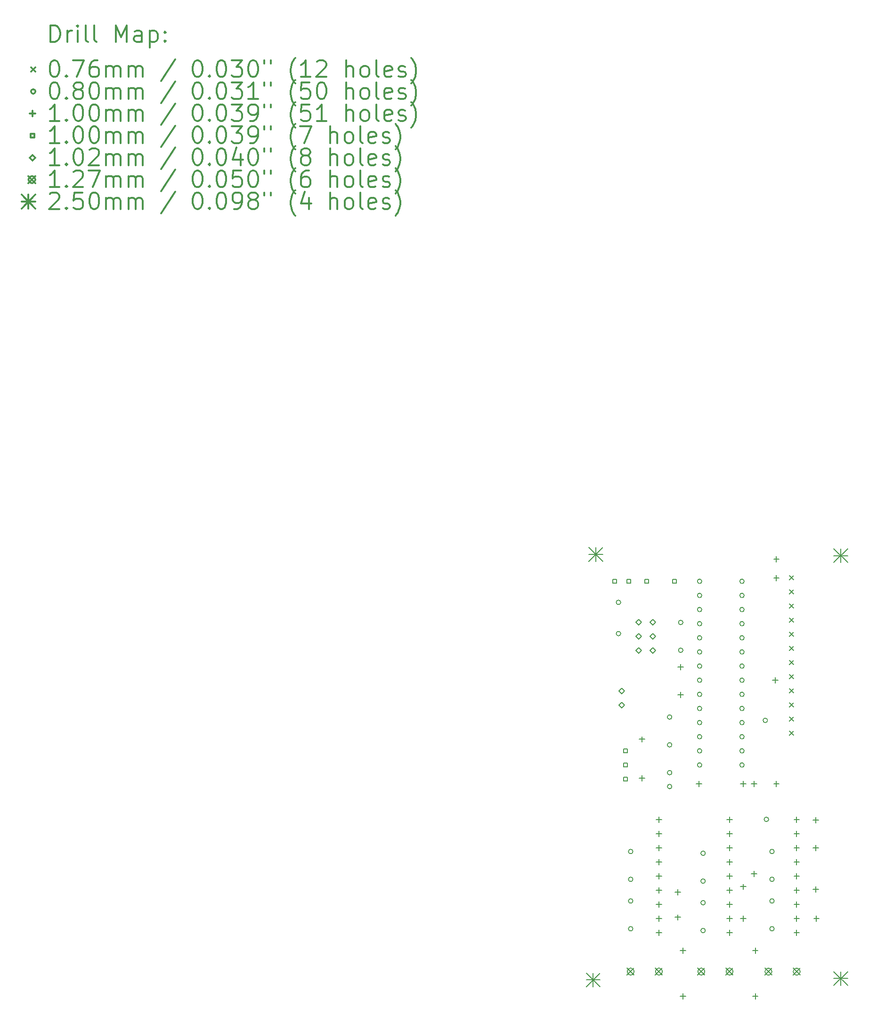
<source format=gbr>
%FSLAX45Y45*%
G04 Gerber Fmt 4.5, Leading zero omitted, Abs format (unit mm)*
G04 Created by KiCad (PCBNEW 4.0.2-1.fc23-product) date ma 30. toukokuuta 2016 17.29.58*
%MOMM*%
G01*
G04 APERTURE LIST*
%ADD10C,0.127000*%
%ADD11C,0.200000*%
%ADD12C,0.300000*%
G04 APERTURE END LIST*
D10*
D11*
X13550900Y-10058400D02*
X13627100Y-10134600D01*
X13627100Y-10058400D02*
X13550900Y-10134600D01*
X13550900Y-10312400D02*
X13627100Y-10388600D01*
X13627100Y-10312400D02*
X13550900Y-10388600D01*
X13550900Y-10566400D02*
X13627100Y-10642600D01*
X13627100Y-10566400D02*
X13550900Y-10642600D01*
X13550900Y-10820400D02*
X13627100Y-10896600D01*
X13627100Y-10820400D02*
X13550900Y-10896600D01*
X13550900Y-11074400D02*
X13627100Y-11150600D01*
X13627100Y-11074400D02*
X13550900Y-11150600D01*
X13550900Y-11328400D02*
X13627100Y-11404600D01*
X13627100Y-11328400D02*
X13550900Y-11404600D01*
X13550900Y-11582400D02*
X13627100Y-11658600D01*
X13627100Y-11582400D02*
X13550900Y-11658600D01*
X13550900Y-11836400D02*
X13627100Y-11912600D01*
X13627100Y-11836400D02*
X13550900Y-11912600D01*
X13550900Y-12090400D02*
X13627100Y-12166600D01*
X13627100Y-12090400D02*
X13550900Y-12166600D01*
X13550900Y-12344400D02*
X13627100Y-12420600D01*
X13627100Y-12344400D02*
X13550900Y-12420600D01*
X13550900Y-12598400D02*
X13627100Y-12674600D01*
X13627100Y-12598400D02*
X13550900Y-12674600D01*
X13550900Y-12852400D02*
X13627100Y-12928600D01*
X13627100Y-12852400D02*
X13550900Y-12928600D01*
X10520000Y-10540000D02*
G75*
G03X10520000Y-10540000I-40000J0D01*
G01*
X10520000Y-11100000D02*
G75*
G03X10520000Y-11100000I-40000J0D01*
G01*
X10739750Y-15017750D02*
G75*
G03X10739750Y-15017750I-40000J0D01*
G01*
X10739750Y-15517750D02*
G75*
G03X10739750Y-15517750I-40000J0D01*
G01*
X10739750Y-15906750D02*
G75*
G03X10739750Y-15906750I-40000J0D01*
G01*
X10739750Y-16406750D02*
G75*
G03X10739750Y-16406750I-40000J0D01*
G01*
X11440000Y-12600000D02*
G75*
G03X11440000Y-12600000I-40000J0D01*
G01*
X11440000Y-13100000D02*
G75*
G03X11440000Y-13100000I-40000J0D01*
G01*
X11440000Y-13600000D02*
G75*
G03X11440000Y-13600000I-40000J0D01*
G01*
X11440000Y-13850000D02*
G75*
G03X11440000Y-13850000I-40000J0D01*
G01*
X11640000Y-10900000D02*
G75*
G03X11640000Y-10900000I-40000J0D01*
G01*
X11640000Y-11400000D02*
G75*
G03X11640000Y-11400000I-40000J0D01*
G01*
X11978000Y-10160000D02*
G75*
G03X11978000Y-10160000I-40000J0D01*
G01*
X11978000Y-10414000D02*
G75*
G03X11978000Y-10414000I-40000J0D01*
G01*
X11978000Y-10668000D02*
G75*
G03X11978000Y-10668000I-40000J0D01*
G01*
X11978000Y-10922000D02*
G75*
G03X11978000Y-10922000I-40000J0D01*
G01*
X11978000Y-11176000D02*
G75*
G03X11978000Y-11176000I-40000J0D01*
G01*
X11978000Y-11430000D02*
G75*
G03X11978000Y-11430000I-40000J0D01*
G01*
X11978000Y-11684000D02*
G75*
G03X11978000Y-11684000I-40000J0D01*
G01*
X11978000Y-11938000D02*
G75*
G03X11978000Y-11938000I-40000J0D01*
G01*
X11978000Y-12192000D02*
G75*
G03X11978000Y-12192000I-40000J0D01*
G01*
X11978000Y-12446000D02*
G75*
G03X11978000Y-12446000I-40000J0D01*
G01*
X11978000Y-12700000D02*
G75*
G03X11978000Y-12700000I-40000J0D01*
G01*
X11978000Y-12954000D02*
G75*
G03X11978000Y-12954000I-40000J0D01*
G01*
X11978000Y-13208000D02*
G75*
G03X11978000Y-13208000I-40000J0D01*
G01*
X11978000Y-13462000D02*
G75*
G03X11978000Y-13462000I-40000J0D01*
G01*
X12041500Y-15049500D02*
G75*
G03X12041500Y-15049500I-40000J0D01*
G01*
X12041500Y-15549500D02*
G75*
G03X12041500Y-15549500I-40000J0D01*
G01*
X12041500Y-15938500D02*
G75*
G03X12041500Y-15938500I-40000J0D01*
G01*
X12041500Y-16438500D02*
G75*
G03X12041500Y-16438500I-40000J0D01*
G01*
X12740000Y-10160000D02*
G75*
G03X12740000Y-10160000I-40000J0D01*
G01*
X12740000Y-10414000D02*
G75*
G03X12740000Y-10414000I-40000J0D01*
G01*
X12740000Y-10668000D02*
G75*
G03X12740000Y-10668000I-40000J0D01*
G01*
X12740000Y-10922000D02*
G75*
G03X12740000Y-10922000I-40000J0D01*
G01*
X12740000Y-11176000D02*
G75*
G03X12740000Y-11176000I-40000J0D01*
G01*
X12740000Y-11430000D02*
G75*
G03X12740000Y-11430000I-40000J0D01*
G01*
X12740000Y-11684000D02*
G75*
G03X12740000Y-11684000I-40000J0D01*
G01*
X12740000Y-11938000D02*
G75*
G03X12740000Y-11938000I-40000J0D01*
G01*
X12740000Y-12192000D02*
G75*
G03X12740000Y-12192000I-40000J0D01*
G01*
X12740000Y-12446000D02*
G75*
G03X12740000Y-12446000I-40000J0D01*
G01*
X12740000Y-12700000D02*
G75*
G03X12740000Y-12700000I-40000J0D01*
G01*
X12740000Y-12954000D02*
G75*
G03X12740000Y-12954000I-40000J0D01*
G01*
X12740000Y-13208000D02*
G75*
G03X12740000Y-13208000I-40000J0D01*
G01*
X12740000Y-13462000D02*
G75*
G03X12740000Y-13462000I-40000J0D01*
G01*
X13160000Y-12660000D02*
G75*
G03X13160000Y-12660000I-40000J0D01*
G01*
X13180000Y-14440000D02*
G75*
G03X13180000Y-14440000I-40000J0D01*
G01*
X13279750Y-15017750D02*
G75*
G03X13279750Y-15017750I-40000J0D01*
G01*
X13279750Y-15517750D02*
G75*
G03X13279750Y-15517750I-40000J0D01*
G01*
X13279750Y-15906750D02*
G75*
G03X13279750Y-15906750I-40000J0D01*
G01*
X13279750Y-16406750D02*
G75*
G03X13279750Y-16406750I-40000J0D01*
G01*
X10900000Y-12950000D02*
X10900000Y-13050000D01*
X10850000Y-13000000D02*
X10950000Y-13000000D01*
X10900000Y-13650000D02*
X10900000Y-13750000D01*
X10850000Y-13700000D02*
X10950000Y-13700000D01*
X11207750Y-14396250D02*
X11207750Y-14496250D01*
X11157750Y-14446250D02*
X11257750Y-14446250D01*
X11207750Y-14650250D02*
X11207750Y-14750250D01*
X11157750Y-14700250D02*
X11257750Y-14700250D01*
X11207750Y-14904250D02*
X11207750Y-15004250D01*
X11157750Y-14954250D02*
X11257750Y-14954250D01*
X11207750Y-15158250D02*
X11207750Y-15258250D01*
X11157750Y-15208250D02*
X11257750Y-15208250D01*
X11207750Y-15412250D02*
X11207750Y-15512250D01*
X11157750Y-15462250D02*
X11257750Y-15462250D01*
X11207750Y-15666250D02*
X11207750Y-15766250D01*
X11157750Y-15716250D02*
X11257750Y-15716250D01*
X11207750Y-15920250D02*
X11207750Y-16020250D01*
X11157750Y-15970250D02*
X11257750Y-15970250D01*
X11207750Y-16174250D02*
X11207750Y-16274250D01*
X11157750Y-16224250D02*
X11257750Y-16224250D01*
X11207750Y-16428250D02*
X11207750Y-16528250D01*
X11157750Y-16478250D02*
X11257750Y-16478250D01*
X11550000Y-15700000D02*
X11550000Y-15800000D01*
X11500000Y-15750000D02*
X11600000Y-15750000D01*
X11550000Y-16150000D02*
X11550000Y-16250000D01*
X11500000Y-16200000D02*
X11600000Y-16200000D01*
X11600000Y-11650000D02*
X11600000Y-11750000D01*
X11550000Y-11700000D02*
X11650000Y-11700000D01*
X11600000Y-12150000D02*
X11600000Y-12250000D01*
X11550000Y-12200000D02*
X11650000Y-12200000D01*
X11640000Y-16750000D02*
X11640000Y-16850000D01*
X11590000Y-16800000D02*
X11690000Y-16800000D01*
X11640000Y-17570000D02*
X11640000Y-17670000D01*
X11590000Y-17620000D02*
X11690000Y-17620000D01*
X11925000Y-13750000D02*
X11925000Y-13850000D01*
X11875000Y-13800000D02*
X11975000Y-13800000D01*
X12477750Y-14396250D02*
X12477750Y-14496250D01*
X12427750Y-14446250D02*
X12527750Y-14446250D01*
X12477750Y-14650250D02*
X12477750Y-14750250D01*
X12427750Y-14700250D02*
X12527750Y-14700250D01*
X12477750Y-14904250D02*
X12477750Y-15004250D01*
X12427750Y-14954250D02*
X12527750Y-14954250D01*
X12477750Y-15158250D02*
X12477750Y-15258250D01*
X12427750Y-15208250D02*
X12527750Y-15208250D01*
X12477750Y-15412250D02*
X12477750Y-15512250D01*
X12427750Y-15462250D02*
X12527750Y-15462250D01*
X12477750Y-15666250D02*
X12477750Y-15766250D01*
X12427750Y-15716250D02*
X12527750Y-15716250D01*
X12477750Y-15920250D02*
X12477750Y-16020250D01*
X12427750Y-15970250D02*
X12527750Y-15970250D01*
X12477750Y-16174250D02*
X12477750Y-16274250D01*
X12427750Y-16224250D02*
X12527750Y-16224250D01*
X12477750Y-16428250D02*
X12477750Y-16528250D01*
X12427750Y-16478250D02*
X12527750Y-16478250D01*
X12725000Y-13750000D02*
X12725000Y-13850000D01*
X12675000Y-13800000D02*
X12775000Y-13800000D01*
X12725000Y-15600000D02*
X12725000Y-15700000D01*
X12675000Y-15650000D02*
X12775000Y-15650000D01*
X12725000Y-16175000D02*
X12725000Y-16275000D01*
X12675000Y-16225000D02*
X12775000Y-16225000D01*
X12920000Y-13750000D02*
X12920000Y-13850000D01*
X12870000Y-13800000D02*
X12970000Y-13800000D01*
X12920000Y-15370000D02*
X12920000Y-15470000D01*
X12870000Y-15420000D02*
X12970000Y-15420000D01*
X12940000Y-16750000D02*
X12940000Y-16850000D01*
X12890000Y-16800000D02*
X12990000Y-16800000D01*
X12940000Y-17570000D02*
X12940000Y-17670000D01*
X12890000Y-17620000D02*
X12990000Y-17620000D01*
X13300000Y-11890000D02*
X13300000Y-11990000D01*
X13250000Y-11940000D02*
X13350000Y-11940000D01*
X13320000Y-9710000D02*
X13320000Y-9810000D01*
X13270000Y-9760000D02*
X13370000Y-9760000D01*
X13320000Y-10050000D02*
X13320000Y-10150000D01*
X13270000Y-10100000D02*
X13370000Y-10100000D01*
X13320000Y-13750000D02*
X13320000Y-13850000D01*
X13270000Y-13800000D02*
X13370000Y-13800000D01*
X13684250Y-14396250D02*
X13684250Y-14496250D01*
X13634250Y-14446250D02*
X13734250Y-14446250D01*
X13684250Y-14650250D02*
X13684250Y-14750250D01*
X13634250Y-14700250D02*
X13734250Y-14700250D01*
X13684250Y-14904250D02*
X13684250Y-15004250D01*
X13634250Y-14954250D02*
X13734250Y-14954250D01*
X13684250Y-15158250D02*
X13684250Y-15258250D01*
X13634250Y-15208250D02*
X13734250Y-15208250D01*
X13684250Y-15412250D02*
X13684250Y-15512250D01*
X13634250Y-15462250D02*
X13734250Y-15462250D01*
X13684250Y-15666250D02*
X13684250Y-15766250D01*
X13634250Y-15716250D02*
X13734250Y-15716250D01*
X13684250Y-15920250D02*
X13684250Y-16020250D01*
X13634250Y-15970250D02*
X13734250Y-15970250D01*
X13684250Y-16174250D02*
X13684250Y-16274250D01*
X13634250Y-16224250D02*
X13734250Y-16224250D01*
X13684250Y-16428250D02*
X13684250Y-16528250D01*
X13634250Y-16478250D02*
X13734250Y-16478250D01*
X14025000Y-14400000D02*
X14025000Y-14500000D01*
X13975000Y-14450000D02*
X14075000Y-14450000D01*
X14025000Y-14900000D02*
X14025000Y-15000000D01*
X13975000Y-14950000D02*
X14075000Y-14950000D01*
X14025000Y-15650000D02*
X14025000Y-15750000D01*
X13975000Y-15700000D02*
X14075000Y-15700000D01*
X14040000Y-16170000D02*
X14040000Y-16270000D01*
X13990000Y-16220000D02*
X14090000Y-16220000D01*
X10449383Y-10195383D02*
X10449383Y-10124618D01*
X10378618Y-10124618D01*
X10378618Y-10195383D01*
X10449383Y-10195383D01*
X10639883Y-13243382D02*
X10639883Y-13172617D01*
X10569118Y-13172617D01*
X10569118Y-13243382D01*
X10639883Y-13243382D01*
X10639883Y-13497382D02*
X10639883Y-13426617D01*
X10569118Y-13426617D01*
X10569118Y-13497382D01*
X10639883Y-13497382D01*
X10639883Y-13751382D02*
X10639883Y-13680617D01*
X10569118Y-13680617D01*
X10569118Y-13751382D01*
X10639883Y-13751382D01*
X10703383Y-10195383D02*
X10703383Y-10124618D01*
X10632618Y-10124618D01*
X10632618Y-10195383D01*
X10703383Y-10195383D01*
X11024693Y-10195383D02*
X11024693Y-10124618D01*
X10953928Y-10124618D01*
X10953928Y-10195383D01*
X11024693Y-10195383D01*
X11524818Y-10195383D02*
X11524818Y-10124618D01*
X11454053Y-10124618D01*
X11454053Y-10195383D01*
X11524818Y-10195383D01*
X10541000Y-12179300D02*
X10591800Y-12128500D01*
X10541000Y-12077700D01*
X10490200Y-12128500D01*
X10541000Y-12179300D01*
X10541000Y-12433300D02*
X10591800Y-12382500D01*
X10541000Y-12331700D01*
X10490200Y-12382500D01*
X10541000Y-12433300D01*
X10846000Y-10942800D02*
X10896800Y-10892000D01*
X10846000Y-10841200D01*
X10795200Y-10892000D01*
X10846000Y-10942800D01*
X10846000Y-11196800D02*
X10896800Y-11146000D01*
X10846000Y-11095200D01*
X10795200Y-11146000D01*
X10846000Y-11196800D01*
X10846000Y-11450800D02*
X10896800Y-11400000D01*
X10846000Y-11349200D01*
X10795200Y-11400000D01*
X10846000Y-11450800D01*
X11100000Y-10942800D02*
X11150800Y-10892000D01*
X11100000Y-10841200D01*
X11049200Y-10892000D01*
X11100000Y-10942800D01*
X11100000Y-11196800D02*
X11150800Y-11146000D01*
X11100000Y-11095200D01*
X11049200Y-11146000D01*
X11100000Y-11196800D01*
X11100000Y-11450800D02*
X11150800Y-11400000D01*
X11100000Y-11349200D01*
X11049200Y-11400000D01*
X11100000Y-11450800D01*
X10636250Y-17113250D02*
X10763250Y-17240250D01*
X10763250Y-17113250D02*
X10636250Y-17240250D01*
X10763250Y-17176750D02*
G75*
G03X10763250Y-17176750I-63500J0D01*
G01*
X11144250Y-17113250D02*
X11271250Y-17240250D01*
X11271250Y-17113250D02*
X11144250Y-17240250D01*
X11271250Y-17176750D02*
G75*
G03X11271250Y-17176750I-63500J0D01*
G01*
X11906250Y-17113250D02*
X12033250Y-17240250D01*
X12033250Y-17113250D02*
X11906250Y-17240250D01*
X12033250Y-17176750D02*
G75*
G03X12033250Y-17176750I-63500J0D01*
G01*
X12414250Y-17113250D02*
X12541250Y-17240250D01*
X12541250Y-17113250D02*
X12414250Y-17240250D01*
X12541250Y-17176750D02*
G75*
G03X12541250Y-17176750I-63500J0D01*
G01*
X13112750Y-17113250D02*
X13239750Y-17240250D01*
X13239750Y-17113250D02*
X13112750Y-17240250D01*
X13239750Y-17176750D02*
G75*
G03X13239750Y-17176750I-63500J0D01*
G01*
X13620750Y-17113250D02*
X13747750Y-17240250D01*
X13747750Y-17113250D02*
X13620750Y-17240250D01*
X13747750Y-17176750D02*
G75*
G03X13747750Y-17176750I-63500J0D01*
G01*
X9900000Y-17200000D02*
X10150000Y-17450000D01*
X10150000Y-17200000D02*
X9900000Y-17450000D01*
X10025000Y-17200000D02*
X10025000Y-17450000D01*
X9900000Y-17325000D02*
X10150000Y-17325000D01*
X9950000Y-9550000D02*
X10200000Y-9800000D01*
X10200000Y-9550000D02*
X9950000Y-9800000D01*
X10075000Y-9550000D02*
X10075000Y-9800000D01*
X9950000Y-9675000D02*
X10200000Y-9675000D01*
X14350000Y-9575000D02*
X14600000Y-9825000D01*
X14600000Y-9575000D02*
X14350000Y-9825000D01*
X14475000Y-9575000D02*
X14475000Y-9825000D01*
X14350000Y-9700000D02*
X14600000Y-9700000D01*
X14350000Y-17175000D02*
X14600000Y-17425000D01*
X14600000Y-17175000D02*
X14350000Y-17425000D01*
X14475000Y-17175000D02*
X14475000Y-17425000D01*
X14350000Y-17300000D02*
X14600000Y-17300000D01*
D12*
X271429Y-465714D02*
X271429Y-165714D01*
X342857Y-165714D01*
X385714Y-180000D01*
X414286Y-208571D01*
X428571Y-237143D01*
X442857Y-294286D01*
X442857Y-337143D01*
X428571Y-394286D01*
X414286Y-422857D01*
X385714Y-451429D01*
X342857Y-465714D01*
X271429Y-465714D01*
X571429Y-465714D02*
X571429Y-265714D01*
X571429Y-322857D02*
X585714Y-294286D01*
X600000Y-280000D01*
X628571Y-265714D01*
X657143Y-265714D01*
X757143Y-465714D02*
X757143Y-265714D01*
X757143Y-165714D02*
X742857Y-180000D01*
X757143Y-194286D01*
X771429Y-180000D01*
X757143Y-165714D01*
X757143Y-194286D01*
X942857Y-465714D02*
X914286Y-451429D01*
X900000Y-422857D01*
X900000Y-165714D01*
X1100000Y-465714D02*
X1071429Y-451429D01*
X1057143Y-422857D01*
X1057143Y-165714D01*
X1442857Y-465714D02*
X1442857Y-165714D01*
X1542857Y-380000D01*
X1642857Y-165714D01*
X1642857Y-465714D01*
X1914286Y-465714D02*
X1914286Y-308571D01*
X1900000Y-280000D01*
X1871429Y-265714D01*
X1814286Y-265714D01*
X1785714Y-280000D01*
X1914286Y-451429D02*
X1885714Y-465714D01*
X1814286Y-465714D01*
X1785714Y-451429D01*
X1771429Y-422857D01*
X1771429Y-394286D01*
X1785714Y-365714D01*
X1814286Y-351429D01*
X1885714Y-351429D01*
X1914286Y-337143D01*
X2057143Y-265714D02*
X2057143Y-565714D01*
X2057143Y-280000D02*
X2085714Y-265714D01*
X2142857Y-265714D01*
X2171429Y-280000D01*
X2185714Y-294286D01*
X2200000Y-322857D01*
X2200000Y-408571D01*
X2185714Y-437143D01*
X2171429Y-451429D01*
X2142857Y-465714D01*
X2085714Y-465714D01*
X2057143Y-451429D01*
X2328572Y-437143D02*
X2342857Y-451429D01*
X2328572Y-465714D01*
X2314286Y-451429D01*
X2328572Y-437143D01*
X2328572Y-465714D01*
X2328572Y-280000D02*
X2342857Y-294286D01*
X2328572Y-308571D01*
X2314286Y-294286D01*
X2328572Y-280000D01*
X2328572Y-308571D01*
X-76200Y-921900D02*
X0Y-998100D01*
X0Y-921900D02*
X-76200Y-998100D01*
X328571Y-795714D02*
X357143Y-795714D01*
X385714Y-810000D01*
X400000Y-824286D01*
X414286Y-852857D01*
X428571Y-910000D01*
X428571Y-981429D01*
X414286Y-1038571D01*
X400000Y-1067143D01*
X385714Y-1081429D01*
X357143Y-1095714D01*
X328571Y-1095714D01*
X300000Y-1081429D01*
X285714Y-1067143D01*
X271429Y-1038571D01*
X257143Y-981429D01*
X257143Y-910000D01*
X271429Y-852857D01*
X285714Y-824286D01*
X300000Y-810000D01*
X328571Y-795714D01*
X557143Y-1067143D02*
X571429Y-1081429D01*
X557143Y-1095714D01*
X542857Y-1081429D01*
X557143Y-1067143D01*
X557143Y-1095714D01*
X671429Y-795714D02*
X871428Y-795714D01*
X742857Y-1095714D01*
X1114286Y-795714D02*
X1057143Y-795714D01*
X1028571Y-810000D01*
X1014286Y-824286D01*
X985714Y-867143D01*
X971429Y-924286D01*
X971429Y-1038571D01*
X985714Y-1067143D01*
X1000000Y-1081429D01*
X1028571Y-1095714D01*
X1085714Y-1095714D01*
X1114286Y-1081429D01*
X1128571Y-1067143D01*
X1142857Y-1038571D01*
X1142857Y-967143D01*
X1128571Y-938571D01*
X1114286Y-924286D01*
X1085714Y-910000D01*
X1028571Y-910000D01*
X1000000Y-924286D01*
X985714Y-938571D01*
X971429Y-967143D01*
X1271429Y-1095714D02*
X1271429Y-895714D01*
X1271429Y-924286D02*
X1285714Y-910000D01*
X1314286Y-895714D01*
X1357143Y-895714D01*
X1385714Y-910000D01*
X1400000Y-938571D01*
X1400000Y-1095714D01*
X1400000Y-938571D02*
X1414286Y-910000D01*
X1442857Y-895714D01*
X1485714Y-895714D01*
X1514286Y-910000D01*
X1528571Y-938571D01*
X1528571Y-1095714D01*
X1671429Y-1095714D02*
X1671429Y-895714D01*
X1671429Y-924286D02*
X1685714Y-910000D01*
X1714286Y-895714D01*
X1757143Y-895714D01*
X1785714Y-910000D01*
X1800000Y-938571D01*
X1800000Y-1095714D01*
X1800000Y-938571D02*
X1814286Y-910000D01*
X1842857Y-895714D01*
X1885714Y-895714D01*
X1914286Y-910000D01*
X1928571Y-938571D01*
X1928571Y-1095714D01*
X2514286Y-781429D02*
X2257143Y-1167143D01*
X2900000Y-795714D02*
X2928571Y-795714D01*
X2957143Y-810000D01*
X2971428Y-824286D01*
X2985714Y-852857D01*
X3000000Y-910000D01*
X3000000Y-981429D01*
X2985714Y-1038571D01*
X2971428Y-1067143D01*
X2957143Y-1081429D01*
X2928571Y-1095714D01*
X2900000Y-1095714D01*
X2871428Y-1081429D01*
X2857143Y-1067143D01*
X2842857Y-1038571D01*
X2828571Y-981429D01*
X2828571Y-910000D01*
X2842857Y-852857D01*
X2857143Y-824286D01*
X2871428Y-810000D01*
X2900000Y-795714D01*
X3128571Y-1067143D02*
X3142857Y-1081429D01*
X3128571Y-1095714D01*
X3114286Y-1081429D01*
X3128571Y-1067143D01*
X3128571Y-1095714D01*
X3328571Y-795714D02*
X3357143Y-795714D01*
X3385714Y-810000D01*
X3400000Y-824286D01*
X3414286Y-852857D01*
X3428571Y-910000D01*
X3428571Y-981429D01*
X3414286Y-1038571D01*
X3400000Y-1067143D01*
X3385714Y-1081429D01*
X3357143Y-1095714D01*
X3328571Y-1095714D01*
X3300000Y-1081429D01*
X3285714Y-1067143D01*
X3271428Y-1038571D01*
X3257143Y-981429D01*
X3257143Y-910000D01*
X3271428Y-852857D01*
X3285714Y-824286D01*
X3300000Y-810000D01*
X3328571Y-795714D01*
X3528571Y-795714D02*
X3714286Y-795714D01*
X3614286Y-910000D01*
X3657143Y-910000D01*
X3685714Y-924286D01*
X3700000Y-938571D01*
X3714286Y-967143D01*
X3714286Y-1038571D01*
X3700000Y-1067143D01*
X3685714Y-1081429D01*
X3657143Y-1095714D01*
X3571428Y-1095714D01*
X3542857Y-1081429D01*
X3528571Y-1067143D01*
X3900000Y-795714D02*
X3928571Y-795714D01*
X3957143Y-810000D01*
X3971428Y-824286D01*
X3985714Y-852857D01*
X4000000Y-910000D01*
X4000000Y-981429D01*
X3985714Y-1038571D01*
X3971428Y-1067143D01*
X3957143Y-1081429D01*
X3928571Y-1095714D01*
X3900000Y-1095714D01*
X3871428Y-1081429D01*
X3857143Y-1067143D01*
X3842857Y-1038571D01*
X3828571Y-981429D01*
X3828571Y-910000D01*
X3842857Y-852857D01*
X3857143Y-824286D01*
X3871428Y-810000D01*
X3900000Y-795714D01*
X4114286Y-795714D02*
X4114286Y-852857D01*
X4228571Y-795714D02*
X4228571Y-852857D01*
X4671429Y-1210000D02*
X4657143Y-1195714D01*
X4628571Y-1152857D01*
X4614286Y-1124286D01*
X4600000Y-1081429D01*
X4585714Y-1010000D01*
X4585714Y-952857D01*
X4600000Y-881429D01*
X4614286Y-838571D01*
X4628571Y-810000D01*
X4657143Y-767143D01*
X4671429Y-752857D01*
X4942857Y-1095714D02*
X4771429Y-1095714D01*
X4857143Y-1095714D02*
X4857143Y-795714D01*
X4828571Y-838571D01*
X4800000Y-867143D01*
X4771429Y-881429D01*
X5057143Y-824286D02*
X5071429Y-810000D01*
X5100000Y-795714D01*
X5171429Y-795714D01*
X5200000Y-810000D01*
X5214286Y-824286D01*
X5228571Y-852857D01*
X5228571Y-881429D01*
X5214286Y-924286D01*
X5042857Y-1095714D01*
X5228571Y-1095714D01*
X5585714Y-1095714D02*
X5585714Y-795714D01*
X5714286Y-1095714D02*
X5714286Y-938571D01*
X5700000Y-910000D01*
X5671428Y-895714D01*
X5628571Y-895714D01*
X5600000Y-910000D01*
X5585714Y-924286D01*
X5900000Y-1095714D02*
X5871428Y-1081429D01*
X5857143Y-1067143D01*
X5842857Y-1038571D01*
X5842857Y-952857D01*
X5857143Y-924286D01*
X5871428Y-910000D01*
X5900000Y-895714D01*
X5942857Y-895714D01*
X5971428Y-910000D01*
X5985714Y-924286D01*
X6000000Y-952857D01*
X6000000Y-1038571D01*
X5985714Y-1067143D01*
X5971428Y-1081429D01*
X5942857Y-1095714D01*
X5900000Y-1095714D01*
X6171428Y-1095714D02*
X6142857Y-1081429D01*
X6128571Y-1052857D01*
X6128571Y-795714D01*
X6400000Y-1081429D02*
X6371429Y-1095714D01*
X6314286Y-1095714D01*
X6285714Y-1081429D01*
X6271429Y-1052857D01*
X6271429Y-938571D01*
X6285714Y-910000D01*
X6314286Y-895714D01*
X6371429Y-895714D01*
X6400000Y-910000D01*
X6414286Y-938571D01*
X6414286Y-967143D01*
X6271429Y-995714D01*
X6528571Y-1081429D02*
X6557143Y-1095714D01*
X6614286Y-1095714D01*
X6642857Y-1081429D01*
X6657143Y-1052857D01*
X6657143Y-1038571D01*
X6642857Y-1010000D01*
X6614286Y-995714D01*
X6571429Y-995714D01*
X6542857Y-981429D01*
X6528571Y-952857D01*
X6528571Y-938571D01*
X6542857Y-910000D01*
X6571429Y-895714D01*
X6614286Y-895714D01*
X6642857Y-910000D01*
X6757143Y-1210000D02*
X6771429Y-1195714D01*
X6800000Y-1152857D01*
X6814286Y-1124286D01*
X6828571Y-1081429D01*
X6842857Y-1010000D01*
X6842857Y-952857D01*
X6828571Y-881429D01*
X6814286Y-838571D01*
X6800000Y-810000D01*
X6771429Y-767143D01*
X6757143Y-752857D01*
X0Y-1356000D02*
G75*
G03X0Y-1356000I-40000J0D01*
G01*
X328571Y-1191714D02*
X357143Y-1191714D01*
X385714Y-1206000D01*
X400000Y-1220286D01*
X414286Y-1248857D01*
X428571Y-1306000D01*
X428571Y-1377429D01*
X414286Y-1434571D01*
X400000Y-1463143D01*
X385714Y-1477429D01*
X357143Y-1491714D01*
X328571Y-1491714D01*
X300000Y-1477429D01*
X285714Y-1463143D01*
X271429Y-1434571D01*
X257143Y-1377429D01*
X257143Y-1306000D01*
X271429Y-1248857D01*
X285714Y-1220286D01*
X300000Y-1206000D01*
X328571Y-1191714D01*
X557143Y-1463143D02*
X571429Y-1477429D01*
X557143Y-1491714D01*
X542857Y-1477429D01*
X557143Y-1463143D01*
X557143Y-1491714D01*
X742857Y-1320286D02*
X714286Y-1306000D01*
X700000Y-1291714D01*
X685714Y-1263143D01*
X685714Y-1248857D01*
X700000Y-1220286D01*
X714286Y-1206000D01*
X742857Y-1191714D01*
X800000Y-1191714D01*
X828571Y-1206000D01*
X842857Y-1220286D01*
X857143Y-1248857D01*
X857143Y-1263143D01*
X842857Y-1291714D01*
X828571Y-1306000D01*
X800000Y-1320286D01*
X742857Y-1320286D01*
X714286Y-1334571D01*
X700000Y-1348857D01*
X685714Y-1377429D01*
X685714Y-1434571D01*
X700000Y-1463143D01*
X714286Y-1477429D01*
X742857Y-1491714D01*
X800000Y-1491714D01*
X828571Y-1477429D01*
X842857Y-1463143D01*
X857143Y-1434571D01*
X857143Y-1377429D01*
X842857Y-1348857D01*
X828571Y-1334571D01*
X800000Y-1320286D01*
X1042857Y-1191714D02*
X1071429Y-1191714D01*
X1100000Y-1206000D01*
X1114286Y-1220286D01*
X1128571Y-1248857D01*
X1142857Y-1306000D01*
X1142857Y-1377429D01*
X1128571Y-1434571D01*
X1114286Y-1463143D01*
X1100000Y-1477429D01*
X1071429Y-1491714D01*
X1042857Y-1491714D01*
X1014286Y-1477429D01*
X1000000Y-1463143D01*
X985714Y-1434571D01*
X971429Y-1377429D01*
X971429Y-1306000D01*
X985714Y-1248857D01*
X1000000Y-1220286D01*
X1014286Y-1206000D01*
X1042857Y-1191714D01*
X1271429Y-1491714D02*
X1271429Y-1291714D01*
X1271429Y-1320286D02*
X1285714Y-1306000D01*
X1314286Y-1291714D01*
X1357143Y-1291714D01*
X1385714Y-1306000D01*
X1400000Y-1334571D01*
X1400000Y-1491714D01*
X1400000Y-1334571D02*
X1414286Y-1306000D01*
X1442857Y-1291714D01*
X1485714Y-1291714D01*
X1514286Y-1306000D01*
X1528571Y-1334571D01*
X1528571Y-1491714D01*
X1671429Y-1491714D02*
X1671429Y-1291714D01*
X1671429Y-1320286D02*
X1685714Y-1306000D01*
X1714286Y-1291714D01*
X1757143Y-1291714D01*
X1785714Y-1306000D01*
X1800000Y-1334571D01*
X1800000Y-1491714D01*
X1800000Y-1334571D02*
X1814286Y-1306000D01*
X1842857Y-1291714D01*
X1885714Y-1291714D01*
X1914286Y-1306000D01*
X1928571Y-1334571D01*
X1928571Y-1491714D01*
X2514286Y-1177429D02*
X2257143Y-1563143D01*
X2900000Y-1191714D02*
X2928571Y-1191714D01*
X2957143Y-1206000D01*
X2971428Y-1220286D01*
X2985714Y-1248857D01*
X3000000Y-1306000D01*
X3000000Y-1377429D01*
X2985714Y-1434571D01*
X2971428Y-1463143D01*
X2957143Y-1477429D01*
X2928571Y-1491714D01*
X2900000Y-1491714D01*
X2871428Y-1477429D01*
X2857143Y-1463143D01*
X2842857Y-1434571D01*
X2828571Y-1377429D01*
X2828571Y-1306000D01*
X2842857Y-1248857D01*
X2857143Y-1220286D01*
X2871428Y-1206000D01*
X2900000Y-1191714D01*
X3128571Y-1463143D02*
X3142857Y-1477429D01*
X3128571Y-1491714D01*
X3114286Y-1477429D01*
X3128571Y-1463143D01*
X3128571Y-1491714D01*
X3328571Y-1191714D02*
X3357143Y-1191714D01*
X3385714Y-1206000D01*
X3400000Y-1220286D01*
X3414286Y-1248857D01*
X3428571Y-1306000D01*
X3428571Y-1377429D01*
X3414286Y-1434571D01*
X3400000Y-1463143D01*
X3385714Y-1477429D01*
X3357143Y-1491714D01*
X3328571Y-1491714D01*
X3300000Y-1477429D01*
X3285714Y-1463143D01*
X3271428Y-1434571D01*
X3257143Y-1377429D01*
X3257143Y-1306000D01*
X3271428Y-1248857D01*
X3285714Y-1220286D01*
X3300000Y-1206000D01*
X3328571Y-1191714D01*
X3528571Y-1191714D02*
X3714286Y-1191714D01*
X3614286Y-1306000D01*
X3657143Y-1306000D01*
X3685714Y-1320286D01*
X3700000Y-1334571D01*
X3714286Y-1363143D01*
X3714286Y-1434571D01*
X3700000Y-1463143D01*
X3685714Y-1477429D01*
X3657143Y-1491714D01*
X3571428Y-1491714D01*
X3542857Y-1477429D01*
X3528571Y-1463143D01*
X4000000Y-1491714D02*
X3828571Y-1491714D01*
X3914286Y-1491714D02*
X3914286Y-1191714D01*
X3885714Y-1234571D01*
X3857143Y-1263143D01*
X3828571Y-1277429D01*
X4114286Y-1191714D02*
X4114286Y-1248857D01*
X4228571Y-1191714D02*
X4228571Y-1248857D01*
X4671429Y-1606000D02*
X4657143Y-1591714D01*
X4628571Y-1548857D01*
X4614286Y-1520286D01*
X4600000Y-1477429D01*
X4585714Y-1406000D01*
X4585714Y-1348857D01*
X4600000Y-1277429D01*
X4614286Y-1234571D01*
X4628571Y-1206000D01*
X4657143Y-1163143D01*
X4671429Y-1148857D01*
X4928571Y-1191714D02*
X4785714Y-1191714D01*
X4771429Y-1334571D01*
X4785714Y-1320286D01*
X4814286Y-1306000D01*
X4885714Y-1306000D01*
X4914286Y-1320286D01*
X4928571Y-1334571D01*
X4942857Y-1363143D01*
X4942857Y-1434571D01*
X4928571Y-1463143D01*
X4914286Y-1477429D01*
X4885714Y-1491714D01*
X4814286Y-1491714D01*
X4785714Y-1477429D01*
X4771429Y-1463143D01*
X5128571Y-1191714D02*
X5157143Y-1191714D01*
X5185714Y-1206000D01*
X5200000Y-1220286D01*
X5214286Y-1248857D01*
X5228571Y-1306000D01*
X5228571Y-1377429D01*
X5214286Y-1434571D01*
X5200000Y-1463143D01*
X5185714Y-1477429D01*
X5157143Y-1491714D01*
X5128571Y-1491714D01*
X5100000Y-1477429D01*
X5085714Y-1463143D01*
X5071429Y-1434571D01*
X5057143Y-1377429D01*
X5057143Y-1306000D01*
X5071429Y-1248857D01*
X5085714Y-1220286D01*
X5100000Y-1206000D01*
X5128571Y-1191714D01*
X5585714Y-1491714D02*
X5585714Y-1191714D01*
X5714286Y-1491714D02*
X5714286Y-1334571D01*
X5700000Y-1306000D01*
X5671428Y-1291714D01*
X5628571Y-1291714D01*
X5600000Y-1306000D01*
X5585714Y-1320286D01*
X5900000Y-1491714D02*
X5871428Y-1477429D01*
X5857143Y-1463143D01*
X5842857Y-1434571D01*
X5842857Y-1348857D01*
X5857143Y-1320286D01*
X5871428Y-1306000D01*
X5900000Y-1291714D01*
X5942857Y-1291714D01*
X5971428Y-1306000D01*
X5985714Y-1320286D01*
X6000000Y-1348857D01*
X6000000Y-1434571D01*
X5985714Y-1463143D01*
X5971428Y-1477429D01*
X5942857Y-1491714D01*
X5900000Y-1491714D01*
X6171428Y-1491714D02*
X6142857Y-1477429D01*
X6128571Y-1448857D01*
X6128571Y-1191714D01*
X6400000Y-1477429D02*
X6371429Y-1491714D01*
X6314286Y-1491714D01*
X6285714Y-1477429D01*
X6271429Y-1448857D01*
X6271429Y-1334571D01*
X6285714Y-1306000D01*
X6314286Y-1291714D01*
X6371429Y-1291714D01*
X6400000Y-1306000D01*
X6414286Y-1334571D01*
X6414286Y-1363143D01*
X6271429Y-1391714D01*
X6528571Y-1477429D02*
X6557143Y-1491714D01*
X6614286Y-1491714D01*
X6642857Y-1477429D01*
X6657143Y-1448857D01*
X6657143Y-1434571D01*
X6642857Y-1406000D01*
X6614286Y-1391714D01*
X6571429Y-1391714D01*
X6542857Y-1377429D01*
X6528571Y-1348857D01*
X6528571Y-1334571D01*
X6542857Y-1306000D01*
X6571429Y-1291714D01*
X6614286Y-1291714D01*
X6642857Y-1306000D01*
X6757143Y-1606000D02*
X6771429Y-1591714D01*
X6800000Y-1548857D01*
X6814286Y-1520286D01*
X6828571Y-1477429D01*
X6842857Y-1406000D01*
X6842857Y-1348857D01*
X6828571Y-1277429D01*
X6814286Y-1234571D01*
X6800000Y-1206000D01*
X6771429Y-1163143D01*
X6757143Y-1148857D01*
X-50000Y-1702000D02*
X-50000Y-1802000D01*
X-100000Y-1752000D02*
X0Y-1752000D01*
X428571Y-1887714D02*
X257143Y-1887714D01*
X342857Y-1887714D02*
X342857Y-1587714D01*
X314286Y-1630571D01*
X285714Y-1659143D01*
X257143Y-1673429D01*
X557143Y-1859143D02*
X571429Y-1873429D01*
X557143Y-1887714D01*
X542857Y-1873429D01*
X557143Y-1859143D01*
X557143Y-1887714D01*
X757143Y-1587714D02*
X785714Y-1587714D01*
X814286Y-1602000D01*
X828571Y-1616286D01*
X842857Y-1644857D01*
X857143Y-1702000D01*
X857143Y-1773429D01*
X842857Y-1830571D01*
X828571Y-1859143D01*
X814286Y-1873429D01*
X785714Y-1887714D01*
X757143Y-1887714D01*
X728571Y-1873429D01*
X714286Y-1859143D01*
X700000Y-1830571D01*
X685714Y-1773429D01*
X685714Y-1702000D01*
X700000Y-1644857D01*
X714286Y-1616286D01*
X728571Y-1602000D01*
X757143Y-1587714D01*
X1042857Y-1587714D02*
X1071429Y-1587714D01*
X1100000Y-1602000D01*
X1114286Y-1616286D01*
X1128571Y-1644857D01*
X1142857Y-1702000D01*
X1142857Y-1773429D01*
X1128571Y-1830571D01*
X1114286Y-1859143D01*
X1100000Y-1873429D01*
X1071429Y-1887714D01*
X1042857Y-1887714D01*
X1014286Y-1873429D01*
X1000000Y-1859143D01*
X985714Y-1830571D01*
X971429Y-1773429D01*
X971429Y-1702000D01*
X985714Y-1644857D01*
X1000000Y-1616286D01*
X1014286Y-1602000D01*
X1042857Y-1587714D01*
X1271429Y-1887714D02*
X1271429Y-1687714D01*
X1271429Y-1716286D02*
X1285714Y-1702000D01*
X1314286Y-1687714D01*
X1357143Y-1687714D01*
X1385714Y-1702000D01*
X1400000Y-1730571D01*
X1400000Y-1887714D01*
X1400000Y-1730571D02*
X1414286Y-1702000D01*
X1442857Y-1687714D01*
X1485714Y-1687714D01*
X1514286Y-1702000D01*
X1528571Y-1730571D01*
X1528571Y-1887714D01*
X1671429Y-1887714D02*
X1671429Y-1687714D01*
X1671429Y-1716286D02*
X1685714Y-1702000D01*
X1714286Y-1687714D01*
X1757143Y-1687714D01*
X1785714Y-1702000D01*
X1800000Y-1730571D01*
X1800000Y-1887714D01*
X1800000Y-1730571D02*
X1814286Y-1702000D01*
X1842857Y-1687714D01*
X1885714Y-1687714D01*
X1914286Y-1702000D01*
X1928571Y-1730571D01*
X1928571Y-1887714D01*
X2514286Y-1573429D02*
X2257143Y-1959143D01*
X2900000Y-1587714D02*
X2928571Y-1587714D01*
X2957143Y-1602000D01*
X2971428Y-1616286D01*
X2985714Y-1644857D01*
X3000000Y-1702000D01*
X3000000Y-1773429D01*
X2985714Y-1830571D01*
X2971428Y-1859143D01*
X2957143Y-1873429D01*
X2928571Y-1887714D01*
X2900000Y-1887714D01*
X2871428Y-1873429D01*
X2857143Y-1859143D01*
X2842857Y-1830571D01*
X2828571Y-1773429D01*
X2828571Y-1702000D01*
X2842857Y-1644857D01*
X2857143Y-1616286D01*
X2871428Y-1602000D01*
X2900000Y-1587714D01*
X3128571Y-1859143D02*
X3142857Y-1873429D01*
X3128571Y-1887714D01*
X3114286Y-1873429D01*
X3128571Y-1859143D01*
X3128571Y-1887714D01*
X3328571Y-1587714D02*
X3357143Y-1587714D01*
X3385714Y-1602000D01*
X3400000Y-1616286D01*
X3414286Y-1644857D01*
X3428571Y-1702000D01*
X3428571Y-1773429D01*
X3414286Y-1830571D01*
X3400000Y-1859143D01*
X3385714Y-1873429D01*
X3357143Y-1887714D01*
X3328571Y-1887714D01*
X3300000Y-1873429D01*
X3285714Y-1859143D01*
X3271428Y-1830571D01*
X3257143Y-1773429D01*
X3257143Y-1702000D01*
X3271428Y-1644857D01*
X3285714Y-1616286D01*
X3300000Y-1602000D01*
X3328571Y-1587714D01*
X3528571Y-1587714D02*
X3714286Y-1587714D01*
X3614286Y-1702000D01*
X3657143Y-1702000D01*
X3685714Y-1716286D01*
X3700000Y-1730571D01*
X3714286Y-1759143D01*
X3714286Y-1830571D01*
X3700000Y-1859143D01*
X3685714Y-1873429D01*
X3657143Y-1887714D01*
X3571428Y-1887714D01*
X3542857Y-1873429D01*
X3528571Y-1859143D01*
X3857143Y-1887714D02*
X3914286Y-1887714D01*
X3942857Y-1873429D01*
X3957143Y-1859143D01*
X3985714Y-1816286D01*
X4000000Y-1759143D01*
X4000000Y-1644857D01*
X3985714Y-1616286D01*
X3971428Y-1602000D01*
X3942857Y-1587714D01*
X3885714Y-1587714D01*
X3857143Y-1602000D01*
X3842857Y-1616286D01*
X3828571Y-1644857D01*
X3828571Y-1716286D01*
X3842857Y-1744857D01*
X3857143Y-1759143D01*
X3885714Y-1773429D01*
X3942857Y-1773429D01*
X3971428Y-1759143D01*
X3985714Y-1744857D01*
X4000000Y-1716286D01*
X4114286Y-1587714D02*
X4114286Y-1644857D01*
X4228571Y-1587714D02*
X4228571Y-1644857D01*
X4671429Y-2002000D02*
X4657143Y-1987714D01*
X4628571Y-1944857D01*
X4614286Y-1916286D01*
X4600000Y-1873429D01*
X4585714Y-1802000D01*
X4585714Y-1744857D01*
X4600000Y-1673429D01*
X4614286Y-1630571D01*
X4628571Y-1602000D01*
X4657143Y-1559143D01*
X4671429Y-1544857D01*
X4928571Y-1587714D02*
X4785714Y-1587714D01*
X4771429Y-1730571D01*
X4785714Y-1716286D01*
X4814286Y-1702000D01*
X4885714Y-1702000D01*
X4914286Y-1716286D01*
X4928571Y-1730571D01*
X4942857Y-1759143D01*
X4942857Y-1830571D01*
X4928571Y-1859143D01*
X4914286Y-1873429D01*
X4885714Y-1887714D01*
X4814286Y-1887714D01*
X4785714Y-1873429D01*
X4771429Y-1859143D01*
X5228571Y-1887714D02*
X5057143Y-1887714D01*
X5142857Y-1887714D02*
X5142857Y-1587714D01*
X5114286Y-1630571D01*
X5085714Y-1659143D01*
X5057143Y-1673429D01*
X5585714Y-1887714D02*
X5585714Y-1587714D01*
X5714286Y-1887714D02*
X5714286Y-1730571D01*
X5700000Y-1702000D01*
X5671428Y-1687714D01*
X5628571Y-1687714D01*
X5600000Y-1702000D01*
X5585714Y-1716286D01*
X5900000Y-1887714D02*
X5871428Y-1873429D01*
X5857143Y-1859143D01*
X5842857Y-1830571D01*
X5842857Y-1744857D01*
X5857143Y-1716286D01*
X5871428Y-1702000D01*
X5900000Y-1687714D01*
X5942857Y-1687714D01*
X5971428Y-1702000D01*
X5985714Y-1716286D01*
X6000000Y-1744857D01*
X6000000Y-1830571D01*
X5985714Y-1859143D01*
X5971428Y-1873429D01*
X5942857Y-1887714D01*
X5900000Y-1887714D01*
X6171428Y-1887714D02*
X6142857Y-1873429D01*
X6128571Y-1844857D01*
X6128571Y-1587714D01*
X6400000Y-1873429D02*
X6371429Y-1887714D01*
X6314286Y-1887714D01*
X6285714Y-1873429D01*
X6271429Y-1844857D01*
X6271429Y-1730571D01*
X6285714Y-1702000D01*
X6314286Y-1687714D01*
X6371429Y-1687714D01*
X6400000Y-1702000D01*
X6414286Y-1730571D01*
X6414286Y-1759143D01*
X6271429Y-1787714D01*
X6528571Y-1873429D02*
X6557143Y-1887714D01*
X6614286Y-1887714D01*
X6642857Y-1873429D01*
X6657143Y-1844857D01*
X6657143Y-1830571D01*
X6642857Y-1802000D01*
X6614286Y-1787714D01*
X6571429Y-1787714D01*
X6542857Y-1773429D01*
X6528571Y-1744857D01*
X6528571Y-1730571D01*
X6542857Y-1702000D01*
X6571429Y-1687714D01*
X6614286Y-1687714D01*
X6642857Y-1702000D01*
X6757143Y-2002000D02*
X6771429Y-1987714D01*
X6800000Y-1944857D01*
X6814286Y-1916286D01*
X6828571Y-1873429D01*
X6842857Y-1802000D01*
X6842857Y-1744857D01*
X6828571Y-1673429D01*
X6814286Y-1630571D01*
X6800000Y-1602000D01*
X6771429Y-1559143D01*
X6757143Y-1544857D01*
X-14655Y-2183383D02*
X-14655Y-2112618D01*
X-85421Y-2112618D01*
X-85421Y-2183383D01*
X-14655Y-2183383D01*
X428571Y-2283714D02*
X257143Y-2283714D01*
X342857Y-2283714D02*
X342857Y-1983714D01*
X314286Y-2026571D01*
X285714Y-2055143D01*
X257143Y-2069429D01*
X557143Y-2255143D02*
X571429Y-2269429D01*
X557143Y-2283714D01*
X542857Y-2269429D01*
X557143Y-2255143D01*
X557143Y-2283714D01*
X757143Y-1983714D02*
X785714Y-1983714D01*
X814286Y-1998000D01*
X828571Y-2012286D01*
X842857Y-2040857D01*
X857143Y-2098000D01*
X857143Y-2169429D01*
X842857Y-2226571D01*
X828571Y-2255143D01*
X814286Y-2269429D01*
X785714Y-2283714D01*
X757143Y-2283714D01*
X728571Y-2269429D01*
X714286Y-2255143D01*
X700000Y-2226571D01*
X685714Y-2169429D01*
X685714Y-2098000D01*
X700000Y-2040857D01*
X714286Y-2012286D01*
X728571Y-1998000D01*
X757143Y-1983714D01*
X1042857Y-1983714D02*
X1071429Y-1983714D01*
X1100000Y-1998000D01*
X1114286Y-2012286D01*
X1128571Y-2040857D01*
X1142857Y-2098000D01*
X1142857Y-2169429D01*
X1128571Y-2226571D01*
X1114286Y-2255143D01*
X1100000Y-2269429D01*
X1071429Y-2283714D01*
X1042857Y-2283714D01*
X1014286Y-2269429D01*
X1000000Y-2255143D01*
X985714Y-2226571D01*
X971429Y-2169429D01*
X971429Y-2098000D01*
X985714Y-2040857D01*
X1000000Y-2012286D01*
X1014286Y-1998000D01*
X1042857Y-1983714D01*
X1271429Y-2283714D02*
X1271429Y-2083714D01*
X1271429Y-2112286D02*
X1285714Y-2098000D01*
X1314286Y-2083714D01*
X1357143Y-2083714D01*
X1385714Y-2098000D01*
X1400000Y-2126571D01*
X1400000Y-2283714D01*
X1400000Y-2126571D02*
X1414286Y-2098000D01*
X1442857Y-2083714D01*
X1485714Y-2083714D01*
X1514286Y-2098000D01*
X1528571Y-2126571D01*
X1528571Y-2283714D01*
X1671429Y-2283714D02*
X1671429Y-2083714D01*
X1671429Y-2112286D02*
X1685714Y-2098000D01*
X1714286Y-2083714D01*
X1757143Y-2083714D01*
X1785714Y-2098000D01*
X1800000Y-2126571D01*
X1800000Y-2283714D01*
X1800000Y-2126571D02*
X1814286Y-2098000D01*
X1842857Y-2083714D01*
X1885714Y-2083714D01*
X1914286Y-2098000D01*
X1928571Y-2126571D01*
X1928571Y-2283714D01*
X2514286Y-1969429D02*
X2257143Y-2355143D01*
X2900000Y-1983714D02*
X2928571Y-1983714D01*
X2957143Y-1998000D01*
X2971428Y-2012286D01*
X2985714Y-2040857D01*
X3000000Y-2098000D01*
X3000000Y-2169429D01*
X2985714Y-2226571D01*
X2971428Y-2255143D01*
X2957143Y-2269429D01*
X2928571Y-2283714D01*
X2900000Y-2283714D01*
X2871428Y-2269429D01*
X2857143Y-2255143D01*
X2842857Y-2226571D01*
X2828571Y-2169429D01*
X2828571Y-2098000D01*
X2842857Y-2040857D01*
X2857143Y-2012286D01*
X2871428Y-1998000D01*
X2900000Y-1983714D01*
X3128571Y-2255143D02*
X3142857Y-2269429D01*
X3128571Y-2283714D01*
X3114286Y-2269429D01*
X3128571Y-2255143D01*
X3128571Y-2283714D01*
X3328571Y-1983714D02*
X3357143Y-1983714D01*
X3385714Y-1998000D01*
X3400000Y-2012286D01*
X3414286Y-2040857D01*
X3428571Y-2098000D01*
X3428571Y-2169429D01*
X3414286Y-2226571D01*
X3400000Y-2255143D01*
X3385714Y-2269429D01*
X3357143Y-2283714D01*
X3328571Y-2283714D01*
X3300000Y-2269429D01*
X3285714Y-2255143D01*
X3271428Y-2226571D01*
X3257143Y-2169429D01*
X3257143Y-2098000D01*
X3271428Y-2040857D01*
X3285714Y-2012286D01*
X3300000Y-1998000D01*
X3328571Y-1983714D01*
X3528571Y-1983714D02*
X3714286Y-1983714D01*
X3614286Y-2098000D01*
X3657143Y-2098000D01*
X3685714Y-2112286D01*
X3700000Y-2126571D01*
X3714286Y-2155143D01*
X3714286Y-2226571D01*
X3700000Y-2255143D01*
X3685714Y-2269429D01*
X3657143Y-2283714D01*
X3571428Y-2283714D01*
X3542857Y-2269429D01*
X3528571Y-2255143D01*
X3857143Y-2283714D02*
X3914286Y-2283714D01*
X3942857Y-2269429D01*
X3957143Y-2255143D01*
X3985714Y-2212286D01*
X4000000Y-2155143D01*
X4000000Y-2040857D01*
X3985714Y-2012286D01*
X3971428Y-1998000D01*
X3942857Y-1983714D01*
X3885714Y-1983714D01*
X3857143Y-1998000D01*
X3842857Y-2012286D01*
X3828571Y-2040857D01*
X3828571Y-2112286D01*
X3842857Y-2140857D01*
X3857143Y-2155143D01*
X3885714Y-2169429D01*
X3942857Y-2169429D01*
X3971428Y-2155143D01*
X3985714Y-2140857D01*
X4000000Y-2112286D01*
X4114286Y-1983714D02*
X4114286Y-2040857D01*
X4228571Y-1983714D02*
X4228571Y-2040857D01*
X4671429Y-2398000D02*
X4657143Y-2383714D01*
X4628571Y-2340857D01*
X4614286Y-2312286D01*
X4600000Y-2269429D01*
X4585714Y-2198000D01*
X4585714Y-2140857D01*
X4600000Y-2069429D01*
X4614286Y-2026571D01*
X4628571Y-1998000D01*
X4657143Y-1955143D01*
X4671429Y-1940857D01*
X4757143Y-1983714D02*
X4957143Y-1983714D01*
X4828571Y-2283714D01*
X5300000Y-2283714D02*
X5300000Y-1983714D01*
X5428571Y-2283714D02*
X5428571Y-2126571D01*
X5414286Y-2098000D01*
X5385714Y-2083714D01*
X5342857Y-2083714D01*
X5314286Y-2098000D01*
X5300000Y-2112286D01*
X5614286Y-2283714D02*
X5585714Y-2269429D01*
X5571429Y-2255143D01*
X5557143Y-2226571D01*
X5557143Y-2140857D01*
X5571429Y-2112286D01*
X5585714Y-2098000D01*
X5614286Y-2083714D01*
X5657143Y-2083714D01*
X5685714Y-2098000D01*
X5700000Y-2112286D01*
X5714286Y-2140857D01*
X5714286Y-2226571D01*
X5700000Y-2255143D01*
X5685714Y-2269429D01*
X5657143Y-2283714D01*
X5614286Y-2283714D01*
X5885714Y-2283714D02*
X5857143Y-2269429D01*
X5842857Y-2240857D01*
X5842857Y-1983714D01*
X6114286Y-2269429D02*
X6085714Y-2283714D01*
X6028571Y-2283714D01*
X6000000Y-2269429D01*
X5985714Y-2240857D01*
X5985714Y-2126571D01*
X6000000Y-2098000D01*
X6028571Y-2083714D01*
X6085714Y-2083714D01*
X6114286Y-2098000D01*
X6128571Y-2126571D01*
X6128571Y-2155143D01*
X5985714Y-2183714D01*
X6242857Y-2269429D02*
X6271429Y-2283714D01*
X6328571Y-2283714D01*
X6357143Y-2269429D01*
X6371429Y-2240857D01*
X6371429Y-2226571D01*
X6357143Y-2198000D01*
X6328571Y-2183714D01*
X6285714Y-2183714D01*
X6257143Y-2169429D01*
X6242857Y-2140857D01*
X6242857Y-2126571D01*
X6257143Y-2098000D01*
X6285714Y-2083714D01*
X6328571Y-2083714D01*
X6357143Y-2098000D01*
X6471428Y-2398000D02*
X6485714Y-2383714D01*
X6514286Y-2340857D01*
X6528571Y-2312286D01*
X6542857Y-2269429D01*
X6557143Y-2198000D01*
X6557143Y-2140857D01*
X6542857Y-2069429D01*
X6528571Y-2026571D01*
X6514286Y-1998000D01*
X6485714Y-1955143D01*
X6471428Y-1940857D01*
X-50800Y-2594800D02*
X0Y-2544000D01*
X-50800Y-2493200D01*
X-101600Y-2544000D01*
X-50800Y-2594800D01*
X428571Y-2679714D02*
X257143Y-2679714D01*
X342857Y-2679714D02*
X342857Y-2379714D01*
X314286Y-2422571D01*
X285714Y-2451143D01*
X257143Y-2465429D01*
X557143Y-2651143D02*
X571429Y-2665429D01*
X557143Y-2679714D01*
X542857Y-2665429D01*
X557143Y-2651143D01*
X557143Y-2679714D01*
X757143Y-2379714D02*
X785714Y-2379714D01*
X814286Y-2394000D01*
X828571Y-2408286D01*
X842857Y-2436857D01*
X857143Y-2494000D01*
X857143Y-2565429D01*
X842857Y-2622571D01*
X828571Y-2651143D01*
X814286Y-2665429D01*
X785714Y-2679714D01*
X757143Y-2679714D01*
X728571Y-2665429D01*
X714286Y-2651143D01*
X700000Y-2622571D01*
X685714Y-2565429D01*
X685714Y-2494000D01*
X700000Y-2436857D01*
X714286Y-2408286D01*
X728571Y-2394000D01*
X757143Y-2379714D01*
X971429Y-2408286D02*
X985714Y-2394000D01*
X1014286Y-2379714D01*
X1085714Y-2379714D01*
X1114286Y-2394000D01*
X1128571Y-2408286D01*
X1142857Y-2436857D01*
X1142857Y-2465429D01*
X1128571Y-2508286D01*
X957143Y-2679714D01*
X1142857Y-2679714D01*
X1271429Y-2679714D02*
X1271429Y-2479714D01*
X1271429Y-2508286D02*
X1285714Y-2494000D01*
X1314286Y-2479714D01*
X1357143Y-2479714D01*
X1385714Y-2494000D01*
X1400000Y-2522571D01*
X1400000Y-2679714D01*
X1400000Y-2522571D02*
X1414286Y-2494000D01*
X1442857Y-2479714D01*
X1485714Y-2479714D01*
X1514286Y-2494000D01*
X1528571Y-2522571D01*
X1528571Y-2679714D01*
X1671429Y-2679714D02*
X1671429Y-2479714D01*
X1671429Y-2508286D02*
X1685714Y-2494000D01*
X1714286Y-2479714D01*
X1757143Y-2479714D01*
X1785714Y-2494000D01*
X1800000Y-2522571D01*
X1800000Y-2679714D01*
X1800000Y-2522571D02*
X1814286Y-2494000D01*
X1842857Y-2479714D01*
X1885714Y-2479714D01*
X1914286Y-2494000D01*
X1928571Y-2522571D01*
X1928571Y-2679714D01*
X2514286Y-2365429D02*
X2257143Y-2751143D01*
X2900000Y-2379714D02*
X2928571Y-2379714D01*
X2957143Y-2394000D01*
X2971428Y-2408286D01*
X2985714Y-2436857D01*
X3000000Y-2494000D01*
X3000000Y-2565429D01*
X2985714Y-2622571D01*
X2971428Y-2651143D01*
X2957143Y-2665429D01*
X2928571Y-2679714D01*
X2900000Y-2679714D01*
X2871428Y-2665429D01*
X2857143Y-2651143D01*
X2842857Y-2622571D01*
X2828571Y-2565429D01*
X2828571Y-2494000D01*
X2842857Y-2436857D01*
X2857143Y-2408286D01*
X2871428Y-2394000D01*
X2900000Y-2379714D01*
X3128571Y-2651143D02*
X3142857Y-2665429D01*
X3128571Y-2679714D01*
X3114286Y-2665429D01*
X3128571Y-2651143D01*
X3128571Y-2679714D01*
X3328571Y-2379714D02*
X3357143Y-2379714D01*
X3385714Y-2394000D01*
X3400000Y-2408286D01*
X3414286Y-2436857D01*
X3428571Y-2494000D01*
X3428571Y-2565429D01*
X3414286Y-2622571D01*
X3400000Y-2651143D01*
X3385714Y-2665429D01*
X3357143Y-2679714D01*
X3328571Y-2679714D01*
X3300000Y-2665429D01*
X3285714Y-2651143D01*
X3271428Y-2622571D01*
X3257143Y-2565429D01*
X3257143Y-2494000D01*
X3271428Y-2436857D01*
X3285714Y-2408286D01*
X3300000Y-2394000D01*
X3328571Y-2379714D01*
X3685714Y-2479714D02*
X3685714Y-2679714D01*
X3614286Y-2365429D02*
X3542857Y-2579714D01*
X3728571Y-2579714D01*
X3900000Y-2379714D02*
X3928571Y-2379714D01*
X3957143Y-2394000D01*
X3971428Y-2408286D01*
X3985714Y-2436857D01*
X4000000Y-2494000D01*
X4000000Y-2565429D01*
X3985714Y-2622571D01*
X3971428Y-2651143D01*
X3957143Y-2665429D01*
X3928571Y-2679714D01*
X3900000Y-2679714D01*
X3871428Y-2665429D01*
X3857143Y-2651143D01*
X3842857Y-2622571D01*
X3828571Y-2565429D01*
X3828571Y-2494000D01*
X3842857Y-2436857D01*
X3857143Y-2408286D01*
X3871428Y-2394000D01*
X3900000Y-2379714D01*
X4114286Y-2379714D02*
X4114286Y-2436857D01*
X4228571Y-2379714D02*
X4228571Y-2436857D01*
X4671429Y-2794000D02*
X4657143Y-2779714D01*
X4628571Y-2736857D01*
X4614286Y-2708286D01*
X4600000Y-2665429D01*
X4585714Y-2594000D01*
X4585714Y-2536857D01*
X4600000Y-2465429D01*
X4614286Y-2422571D01*
X4628571Y-2394000D01*
X4657143Y-2351143D01*
X4671429Y-2336857D01*
X4828571Y-2508286D02*
X4800000Y-2494000D01*
X4785714Y-2479714D01*
X4771429Y-2451143D01*
X4771429Y-2436857D01*
X4785714Y-2408286D01*
X4800000Y-2394000D01*
X4828571Y-2379714D01*
X4885714Y-2379714D01*
X4914286Y-2394000D01*
X4928571Y-2408286D01*
X4942857Y-2436857D01*
X4942857Y-2451143D01*
X4928571Y-2479714D01*
X4914286Y-2494000D01*
X4885714Y-2508286D01*
X4828571Y-2508286D01*
X4800000Y-2522571D01*
X4785714Y-2536857D01*
X4771429Y-2565429D01*
X4771429Y-2622571D01*
X4785714Y-2651143D01*
X4800000Y-2665429D01*
X4828571Y-2679714D01*
X4885714Y-2679714D01*
X4914286Y-2665429D01*
X4928571Y-2651143D01*
X4942857Y-2622571D01*
X4942857Y-2565429D01*
X4928571Y-2536857D01*
X4914286Y-2522571D01*
X4885714Y-2508286D01*
X5300000Y-2679714D02*
X5300000Y-2379714D01*
X5428571Y-2679714D02*
X5428571Y-2522571D01*
X5414286Y-2494000D01*
X5385714Y-2479714D01*
X5342857Y-2479714D01*
X5314286Y-2494000D01*
X5300000Y-2508286D01*
X5614286Y-2679714D02*
X5585714Y-2665429D01*
X5571429Y-2651143D01*
X5557143Y-2622571D01*
X5557143Y-2536857D01*
X5571429Y-2508286D01*
X5585714Y-2494000D01*
X5614286Y-2479714D01*
X5657143Y-2479714D01*
X5685714Y-2494000D01*
X5700000Y-2508286D01*
X5714286Y-2536857D01*
X5714286Y-2622571D01*
X5700000Y-2651143D01*
X5685714Y-2665429D01*
X5657143Y-2679714D01*
X5614286Y-2679714D01*
X5885714Y-2679714D02*
X5857143Y-2665429D01*
X5842857Y-2636857D01*
X5842857Y-2379714D01*
X6114286Y-2665429D02*
X6085714Y-2679714D01*
X6028571Y-2679714D01*
X6000000Y-2665429D01*
X5985714Y-2636857D01*
X5985714Y-2522571D01*
X6000000Y-2494000D01*
X6028571Y-2479714D01*
X6085714Y-2479714D01*
X6114286Y-2494000D01*
X6128571Y-2522571D01*
X6128571Y-2551143D01*
X5985714Y-2579714D01*
X6242857Y-2665429D02*
X6271429Y-2679714D01*
X6328571Y-2679714D01*
X6357143Y-2665429D01*
X6371429Y-2636857D01*
X6371429Y-2622571D01*
X6357143Y-2594000D01*
X6328571Y-2579714D01*
X6285714Y-2579714D01*
X6257143Y-2565429D01*
X6242857Y-2536857D01*
X6242857Y-2522571D01*
X6257143Y-2494000D01*
X6285714Y-2479714D01*
X6328571Y-2479714D01*
X6357143Y-2494000D01*
X6471428Y-2794000D02*
X6485714Y-2779714D01*
X6514286Y-2736857D01*
X6528571Y-2708286D01*
X6542857Y-2665429D01*
X6557143Y-2594000D01*
X6557143Y-2536857D01*
X6542857Y-2465429D01*
X6528571Y-2422571D01*
X6514286Y-2394000D01*
X6485714Y-2351143D01*
X6471428Y-2336857D01*
X-127000Y-2876500D02*
X0Y-3003500D01*
X0Y-2876500D02*
X-127000Y-3003500D01*
X0Y-2940000D02*
G75*
G03X0Y-2940000I-63500J0D01*
G01*
X428571Y-3075714D02*
X257143Y-3075714D01*
X342857Y-3075714D02*
X342857Y-2775714D01*
X314286Y-2818571D01*
X285714Y-2847143D01*
X257143Y-2861429D01*
X557143Y-3047143D02*
X571429Y-3061429D01*
X557143Y-3075714D01*
X542857Y-3061429D01*
X557143Y-3047143D01*
X557143Y-3075714D01*
X685714Y-2804286D02*
X700000Y-2790000D01*
X728571Y-2775714D01*
X800000Y-2775714D01*
X828571Y-2790000D01*
X842857Y-2804286D01*
X857143Y-2832857D01*
X857143Y-2861429D01*
X842857Y-2904286D01*
X671429Y-3075714D01*
X857143Y-3075714D01*
X957143Y-2775714D02*
X1157143Y-2775714D01*
X1028571Y-3075714D01*
X1271429Y-3075714D02*
X1271429Y-2875714D01*
X1271429Y-2904286D02*
X1285714Y-2890000D01*
X1314286Y-2875714D01*
X1357143Y-2875714D01*
X1385714Y-2890000D01*
X1400000Y-2918571D01*
X1400000Y-3075714D01*
X1400000Y-2918571D02*
X1414286Y-2890000D01*
X1442857Y-2875714D01*
X1485714Y-2875714D01*
X1514286Y-2890000D01*
X1528571Y-2918571D01*
X1528571Y-3075714D01*
X1671429Y-3075714D02*
X1671429Y-2875714D01*
X1671429Y-2904286D02*
X1685714Y-2890000D01*
X1714286Y-2875714D01*
X1757143Y-2875714D01*
X1785714Y-2890000D01*
X1800000Y-2918571D01*
X1800000Y-3075714D01*
X1800000Y-2918571D02*
X1814286Y-2890000D01*
X1842857Y-2875714D01*
X1885714Y-2875714D01*
X1914286Y-2890000D01*
X1928571Y-2918571D01*
X1928571Y-3075714D01*
X2514286Y-2761429D02*
X2257143Y-3147143D01*
X2900000Y-2775714D02*
X2928571Y-2775714D01*
X2957143Y-2790000D01*
X2971428Y-2804286D01*
X2985714Y-2832857D01*
X3000000Y-2890000D01*
X3000000Y-2961429D01*
X2985714Y-3018571D01*
X2971428Y-3047143D01*
X2957143Y-3061429D01*
X2928571Y-3075714D01*
X2900000Y-3075714D01*
X2871428Y-3061429D01*
X2857143Y-3047143D01*
X2842857Y-3018571D01*
X2828571Y-2961429D01*
X2828571Y-2890000D01*
X2842857Y-2832857D01*
X2857143Y-2804286D01*
X2871428Y-2790000D01*
X2900000Y-2775714D01*
X3128571Y-3047143D02*
X3142857Y-3061429D01*
X3128571Y-3075714D01*
X3114286Y-3061429D01*
X3128571Y-3047143D01*
X3128571Y-3075714D01*
X3328571Y-2775714D02*
X3357143Y-2775714D01*
X3385714Y-2790000D01*
X3400000Y-2804286D01*
X3414286Y-2832857D01*
X3428571Y-2890000D01*
X3428571Y-2961429D01*
X3414286Y-3018571D01*
X3400000Y-3047143D01*
X3385714Y-3061429D01*
X3357143Y-3075714D01*
X3328571Y-3075714D01*
X3300000Y-3061429D01*
X3285714Y-3047143D01*
X3271428Y-3018571D01*
X3257143Y-2961429D01*
X3257143Y-2890000D01*
X3271428Y-2832857D01*
X3285714Y-2804286D01*
X3300000Y-2790000D01*
X3328571Y-2775714D01*
X3700000Y-2775714D02*
X3557143Y-2775714D01*
X3542857Y-2918571D01*
X3557143Y-2904286D01*
X3585714Y-2890000D01*
X3657143Y-2890000D01*
X3685714Y-2904286D01*
X3700000Y-2918571D01*
X3714286Y-2947143D01*
X3714286Y-3018571D01*
X3700000Y-3047143D01*
X3685714Y-3061429D01*
X3657143Y-3075714D01*
X3585714Y-3075714D01*
X3557143Y-3061429D01*
X3542857Y-3047143D01*
X3900000Y-2775714D02*
X3928571Y-2775714D01*
X3957143Y-2790000D01*
X3971428Y-2804286D01*
X3985714Y-2832857D01*
X4000000Y-2890000D01*
X4000000Y-2961429D01*
X3985714Y-3018571D01*
X3971428Y-3047143D01*
X3957143Y-3061429D01*
X3928571Y-3075714D01*
X3900000Y-3075714D01*
X3871428Y-3061429D01*
X3857143Y-3047143D01*
X3842857Y-3018571D01*
X3828571Y-2961429D01*
X3828571Y-2890000D01*
X3842857Y-2832857D01*
X3857143Y-2804286D01*
X3871428Y-2790000D01*
X3900000Y-2775714D01*
X4114286Y-2775714D02*
X4114286Y-2832857D01*
X4228571Y-2775714D02*
X4228571Y-2832857D01*
X4671429Y-3190000D02*
X4657143Y-3175714D01*
X4628571Y-3132857D01*
X4614286Y-3104286D01*
X4600000Y-3061429D01*
X4585714Y-2990000D01*
X4585714Y-2932857D01*
X4600000Y-2861429D01*
X4614286Y-2818571D01*
X4628571Y-2790000D01*
X4657143Y-2747143D01*
X4671429Y-2732857D01*
X4914286Y-2775714D02*
X4857143Y-2775714D01*
X4828571Y-2790000D01*
X4814286Y-2804286D01*
X4785714Y-2847143D01*
X4771429Y-2904286D01*
X4771429Y-3018571D01*
X4785714Y-3047143D01*
X4800000Y-3061429D01*
X4828571Y-3075714D01*
X4885714Y-3075714D01*
X4914286Y-3061429D01*
X4928571Y-3047143D01*
X4942857Y-3018571D01*
X4942857Y-2947143D01*
X4928571Y-2918571D01*
X4914286Y-2904286D01*
X4885714Y-2890000D01*
X4828571Y-2890000D01*
X4800000Y-2904286D01*
X4785714Y-2918571D01*
X4771429Y-2947143D01*
X5300000Y-3075714D02*
X5300000Y-2775714D01*
X5428571Y-3075714D02*
X5428571Y-2918571D01*
X5414286Y-2890000D01*
X5385714Y-2875714D01*
X5342857Y-2875714D01*
X5314286Y-2890000D01*
X5300000Y-2904286D01*
X5614286Y-3075714D02*
X5585714Y-3061429D01*
X5571429Y-3047143D01*
X5557143Y-3018571D01*
X5557143Y-2932857D01*
X5571429Y-2904286D01*
X5585714Y-2890000D01*
X5614286Y-2875714D01*
X5657143Y-2875714D01*
X5685714Y-2890000D01*
X5700000Y-2904286D01*
X5714286Y-2932857D01*
X5714286Y-3018571D01*
X5700000Y-3047143D01*
X5685714Y-3061429D01*
X5657143Y-3075714D01*
X5614286Y-3075714D01*
X5885714Y-3075714D02*
X5857143Y-3061429D01*
X5842857Y-3032857D01*
X5842857Y-2775714D01*
X6114286Y-3061429D02*
X6085714Y-3075714D01*
X6028571Y-3075714D01*
X6000000Y-3061429D01*
X5985714Y-3032857D01*
X5985714Y-2918571D01*
X6000000Y-2890000D01*
X6028571Y-2875714D01*
X6085714Y-2875714D01*
X6114286Y-2890000D01*
X6128571Y-2918571D01*
X6128571Y-2947143D01*
X5985714Y-2975714D01*
X6242857Y-3061429D02*
X6271429Y-3075714D01*
X6328571Y-3075714D01*
X6357143Y-3061429D01*
X6371429Y-3032857D01*
X6371429Y-3018571D01*
X6357143Y-2990000D01*
X6328571Y-2975714D01*
X6285714Y-2975714D01*
X6257143Y-2961429D01*
X6242857Y-2932857D01*
X6242857Y-2918571D01*
X6257143Y-2890000D01*
X6285714Y-2875714D01*
X6328571Y-2875714D01*
X6357143Y-2890000D01*
X6471428Y-3190000D02*
X6485714Y-3175714D01*
X6514286Y-3132857D01*
X6528571Y-3104286D01*
X6542857Y-3061429D01*
X6557143Y-2990000D01*
X6557143Y-2932857D01*
X6542857Y-2861429D01*
X6528571Y-2818571D01*
X6514286Y-2790000D01*
X6485714Y-2747143D01*
X6471428Y-2732857D01*
X-250000Y-3211000D02*
X0Y-3461000D01*
X0Y-3211000D02*
X-250000Y-3461000D01*
X-125000Y-3211000D02*
X-125000Y-3461000D01*
X-250000Y-3336000D02*
X0Y-3336000D01*
X257143Y-3200286D02*
X271429Y-3186000D01*
X300000Y-3171714D01*
X371429Y-3171714D01*
X400000Y-3186000D01*
X414286Y-3200286D01*
X428571Y-3228857D01*
X428571Y-3257429D01*
X414286Y-3300286D01*
X242857Y-3471714D01*
X428571Y-3471714D01*
X557143Y-3443143D02*
X571429Y-3457429D01*
X557143Y-3471714D01*
X542857Y-3457429D01*
X557143Y-3443143D01*
X557143Y-3471714D01*
X842857Y-3171714D02*
X700000Y-3171714D01*
X685714Y-3314571D01*
X700000Y-3300286D01*
X728571Y-3286000D01*
X800000Y-3286000D01*
X828571Y-3300286D01*
X842857Y-3314571D01*
X857143Y-3343143D01*
X857143Y-3414571D01*
X842857Y-3443143D01*
X828571Y-3457429D01*
X800000Y-3471714D01*
X728571Y-3471714D01*
X700000Y-3457429D01*
X685714Y-3443143D01*
X1042857Y-3171714D02*
X1071429Y-3171714D01*
X1100000Y-3186000D01*
X1114286Y-3200286D01*
X1128571Y-3228857D01*
X1142857Y-3286000D01*
X1142857Y-3357429D01*
X1128571Y-3414571D01*
X1114286Y-3443143D01*
X1100000Y-3457429D01*
X1071429Y-3471714D01*
X1042857Y-3471714D01*
X1014286Y-3457429D01*
X1000000Y-3443143D01*
X985714Y-3414571D01*
X971429Y-3357429D01*
X971429Y-3286000D01*
X985714Y-3228857D01*
X1000000Y-3200286D01*
X1014286Y-3186000D01*
X1042857Y-3171714D01*
X1271429Y-3471714D02*
X1271429Y-3271714D01*
X1271429Y-3300286D02*
X1285714Y-3286000D01*
X1314286Y-3271714D01*
X1357143Y-3271714D01*
X1385714Y-3286000D01*
X1400000Y-3314571D01*
X1400000Y-3471714D01*
X1400000Y-3314571D02*
X1414286Y-3286000D01*
X1442857Y-3271714D01*
X1485714Y-3271714D01*
X1514286Y-3286000D01*
X1528571Y-3314571D01*
X1528571Y-3471714D01*
X1671429Y-3471714D02*
X1671429Y-3271714D01*
X1671429Y-3300286D02*
X1685714Y-3286000D01*
X1714286Y-3271714D01*
X1757143Y-3271714D01*
X1785714Y-3286000D01*
X1800000Y-3314571D01*
X1800000Y-3471714D01*
X1800000Y-3314571D02*
X1814286Y-3286000D01*
X1842857Y-3271714D01*
X1885714Y-3271714D01*
X1914286Y-3286000D01*
X1928571Y-3314571D01*
X1928571Y-3471714D01*
X2514286Y-3157429D02*
X2257143Y-3543143D01*
X2900000Y-3171714D02*
X2928571Y-3171714D01*
X2957143Y-3186000D01*
X2971428Y-3200286D01*
X2985714Y-3228857D01*
X3000000Y-3286000D01*
X3000000Y-3357429D01*
X2985714Y-3414571D01*
X2971428Y-3443143D01*
X2957143Y-3457429D01*
X2928571Y-3471714D01*
X2900000Y-3471714D01*
X2871428Y-3457429D01*
X2857143Y-3443143D01*
X2842857Y-3414571D01*
X2828571Y-3357429D01*
X2828571Y-3286000D01*
X2842857Y-3228857D01*
X2857143Y-3200286D01*
X2871428Y-3186000D01*
X2900000Y-3171714D01*
X3128571Y-3443143D02*
X3142857Y-3457429D01*
X3128571Y-3471714D01*
X3114286Y-3457429D01*
X3128571Y-3443143D01*
X3128571Y-3471714D01*
X3328571Y-3171714D02*
X3357143Y-3171714D01*
X3385714Y-3186000D01*
X3400000Y-3200286D01*
X3414286Y-3228857D01*
X3428571Y-3286000D01*
X3428571Y-3357429D01*
X3414286Y-3414571D01*
X3400000Y-3443143D01*
X3385714Y-3457429D01*
X3357143Y-3471714D01*
X3328571Y-3471714D01*
X3300000Y-3457429D01*
X3285714Y-3443143D01*
X3271428Y-3414571D01*
X3257143Y-3357429D01*
X3257143Y-3286000D01*
X3271428Y-3228857D01*
X3285714Y-3200286D01*
X3300000Y-3186000D01*
X3328571Y-3171714D01*
X3571428Y-3471714D02*
X3628571Y-3471714D01*
X3657143Y-3457429D01*
X3671428Y-3443143D01*
X3700000Y-3400286D01*
X3714286Y-3343143D01*
X3714286Y-3228857D01*
X3700000Y-3200286D01*
X3685714Y-3186000D01*
X3657143Y-3171714D01*
X3600000Y-3171714D01*
X3571428Y-3186000D01*
X3557143Y-3200286D01*
X3542857Y-3228857D01*
X3542857Y-3300286D01*
X3557143Y-3328857D01*
X3571428Y-3343143D01*
X3600000Y-3357429D01*
X3657143Y-3357429D01*
X3685714Y-3343143D01*
X3700000Y-3328857D01*
X3714286Y-3300286D01*
X3885714Y-3300286D02*
X3857143Y-3286000D01*
X3842857Y-3271714D01*
X3828571Y-3243143D01*
X3828571Y-3228857D01*
X3842857Y-3200286D01*
X3857143Y-3186000D01*
X3885714Y-3171714D01*
X3942857Y-3171714D01*
X3971428Y-3186000D01*
X3985714Y-3200286D01*
X4000000Y-3228857D01*
X4000000Y-3243143D01*
X3985714Y-3271714D01*
X3971428Y-3286000D01*
X3942857Y-3300286D01*
X3885714Y-3300286D01*
X3857143Y-3314571D01*
X3842857Y-3328857D01*
X3828571Y-3357429D01*
X3828571Y-3414571D01*
X3842857Y-3443143D01*
X3857143Y-3457429D01*
X3885714Y-3471714D01*
X3942857Y-3471714D01*
X3971428Y-3457429D01*
X3985714Y-3443143D01*
X4000000Y-3414571D01*
X4000000Y-3357429D01*
X3985714Y-3328857D01*
X3971428Y-3314571D01*
X3942857Y-3300286D01*
X4114286Y-3171714D02*
X4114286Y-3228857D01*
X4228571Y-3171714D02*
X4228571Y-3228857D01*
X4671429Y-3586000D02*
X4657143Y-3571714D01*
X4628571Y-3528857D01*
X4614286Y-3500286D01*
X4600000Y-3457429D01*
X4585714Y-3386000D01*
X4585714Y-3328857D01*
X4600000Y-3257429D01*
X4614286Y-3214571D01*
X4628571Y-3186000D01*
X4657143Y-3143143D01*
X4671429Y-3128857D01*
X4914286Y-3271714D02*
X4914286Y-3471714D01*
X4842857Y-3157429D02*
X4771429Y-3371714D01*
X4957143Y-3371714D01*
X5300000Y-3471714D02*
X5300000Y-3171714D01*
X5428571Y-3471714D02*
X5428571Y-3314571D01*
X5414286Y-3286000D01*
X5385714Y-3271714D01*
X5342857Y-3271714D01*
X5314286Y-3286000D01*
X5300000Y-3300286D01*
X5614286Y-3471714D02*
X5585714Y-3457429D01*
X5571429Y-3443143D01*
X5557143Y-3414571D01*
X5557143Y-3328857D01*
X5571429Y-3300286D01*
X5585714Y-3286000D01*
X5614286Y-3271714D01*
X5657143Y-3271714D01*
X5685714Y-3286000D01*
X5700000Y-3300286D01*
X5714286Y-3328857D01*
X5714286Y-3414571D01*
X5700000Y-3443143D01*
X5685714Y-3457429D01*
X5657143Y-3471714D01*
X5614286Y-3471714D01*
X5885714Y-3471714D02*
X5857143Y-3457429D01*
X5842857Y-3428857D01*
X5842857Y-3171714D01*
X6114286Y-3457429D02*
X6085714Y-3471714D01*
X6028571Y-3471714D01*
X6000000Y-3457429D01*
X5985714Y-3428857D01*
X5985714Y-3314571D01*
X6000000Y-3286000D01*
X6028571Y-3271714D01*
X6085714Y-3271714D01*
X6114286Y-3286000D01*
X6128571Y-3314571D01*
X6128571Y-3343143D01*
X5985714Y-3371714D01*
X6242857Y-3457429D02*
X6271429Y-3471714D01*
X6328571Y-3471714D01*
X6357143Y-3457429D01*
X6371429Y-3428857D01*
X6371429Y-3414571D01*
X6357143Y-3386000D01*
X6328571Y-3371714D01*
X6285714Y-3371714D01*
X6257143Y-3357429D01*
X6242857Y-3328857D01*
X6242857Y-3314571D01*
X6257143Y-3286000D01*
X6285714Y-3271714D01*
X6328571Y-3271714D01*
X6357143Y-3286000D01*
X6471428Y-3586000D02*
X6485714Y-3571714D01*
X6514286Y-3528857D01*
X6528571Y-3500286D01*
X6542857Y-3457429D01*
X6557143Y-3386000D01*
X6557143Y-3328857D01*
X6542857Y-3257429D01*
X6528571Y-3214571D01*
X6514286Y-3186000D01*
X6485714Y-3143143D01*
X6471428Y-3128857D01*
M02*

</source>
